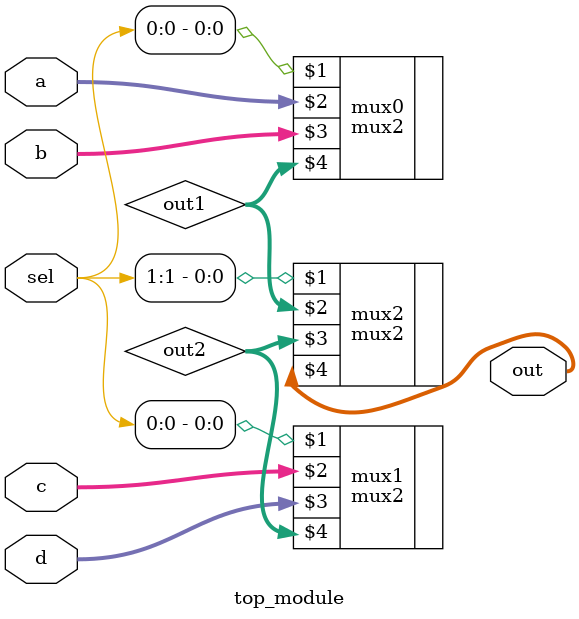
<source format=v>
module top_module (
    input [1:0] sel,
    input [7:0] a,
    input [7:0] b,
    input [7:0] c,
    input [7:0] d,
    output [7:0] out  ); //

    wire [7:0] out1, out2;
    mux2 mux0 ( sel[0],    a,    b, out1 );
    mux2 mux1 ( sel[0],    c,    d, out2 );
    mux2 mux2 ( sel[1], out1, out2,  out );

endmodule

</source>
